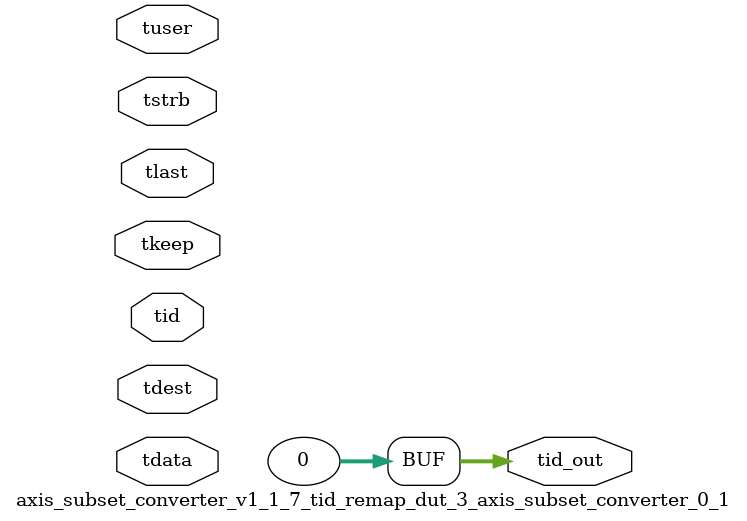
<source format=v>


`timescale 1ps/1ps

module axis_subset_converter_v1_1_7_tid_remap_dut_3_axis_subset_converter_0_1 #
(
parameter C_S_AXIS_TID_WIDTH   = 1,
parameter C_S_AXIS_TUSER_WIDTH = 0,
parameter C_S_AXIS_TDATA_WIDTH = 0,
parameter C_S_AXIS_TDEST_WIDTH = 0,
parameter C_M_AXIS_TID_WIDTH   = 32
)
(
input  [(C_S_AXIS_TID_WIDTH   == 0 ? 1 : C_S_AXIS_TID_WIDTH)-1:0       ] tid,
input  [(C_S_AXIS_TDATA_WIDTH == 0 ? 1 : C_S_AXIS_TDATA_WIDTH)-1:0     ] tdata,
input  [(C_S_AXIS_TUSER_WIDTH == 0 ? 1 : C_S_AXIS_TUSER_WIDTH)-1:0     ] tuser,
input  [(C_S_AXIS_TDEST_WIDTH == 0 ? 1 : C_S_AXIS_TDEST_WIDTH)-1:0     ] tdest,
input  [(C_S_AXIS_TDATA_WIDTH/8)-1:0 ] tkeep,
input  [(C_S_AXIS_TDATA_WIDTH/8)-1:0 ] tstrb,
input                                                                    tlast,
output [(C_M_AXIS_TID_WIDTH   == 0 ? 1 : C_M_AXIS_TID_WIDTH)-1:0       ] tid_out
);

assign tid_out = {1'b0};

endmodule


</source>
